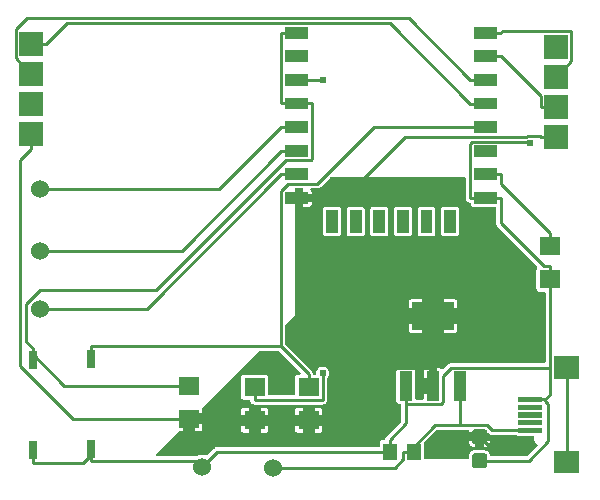
<source format=gtl>
G04 Layer: TopLayer*
G04 EasyEDA v6.4.25, 2021-10-08T18:06:41+02:00*
G04 037b28f00f454e67816ab17afa83080b,1cac1e5aea054b3a93835a94b3064acf,10*
G04 Gerber Generator version 0.2*
G04 Scale: 100 percent, Rotated: No, Reflected: No *
G04 Dimensions in millimeters *
G04 leading zeros omitted , absolute positions ,4 integer and 5 decimal *
%FSLAX45Y45*%
%MOMM*%

%ADD10C,0.2540*%
%ADD11C,0.6100*%
%ADD12R,0.7620X1.5240*%
%ADD13R,1.1600X1.4500*%
%ADD14R,1.8009X1.6002*%
%ADD15R,1.1000X2.5000*%
%ADD21R,2.0320X2.0320*%
%ADD22C,1.5240*%

%LPD*%
G36*
X2092401Y4760264D02*
G01*
X2088540Y4761077D01*
X2085238Y4763262D01*
X2083003Y4766564D01*
X2082241Y4770424D01*
X2083003Y4774336D01*
X2085238Y4777638D01*
X2278684Y4971084D01*
X2281986Y4973320D01*
X2285898Y4974082D01*
X2310841Y4974082D01*
X2310841Y4999024D01*
X2311603Y5002885D01*
X2313787Y5006187D01*
X2430983Y5123383D01*
X2434285Y5125567D01*
X2438146Y5126329D01*
X2478125Y5126329D01*
X2478125Y5159451D01*
X2477566Y5164582D01*
X2477668Y5167579D01*
X2478684Y5170424D01*
X2480462Y5172862D01*
X2958338Y5650738D01*
X2961640Y5652922D01*
X2965500Y5653684D01*
X3120491Y5653684D01*
X3124403Y5652922D01*
X3127705Y5650738D01*
X3308451Y5469940D01*
X3310686Y5466689D01*
X3311448Y5462778D01*
X3310686Y5458866D01*
X3308451Y5455615D01*
X3305149Y5453380D01*
X3301288Y5452618D01*
X3288741Y5452618D01*
X3282391Y5451906D01*
X3276955Y5449976D01*
X3272028Y5446928D01*
X3267964Y5442813D01*
X3264865Y5437936D01*
X3262985Y5432450D01*
X3262274Y5426151D01*
X3262274Y5287314D01*
X3261461Y5283454D01*
X3259277Y5280152D01*
X3255975Y5277967D01*
X3252114Y5277154D01*
X3047136Y5277154D01*
X3043224Y5277967D01*
X3039922Y5280152D01*
X3037738Y5283454D01*
X3036925Y5287314D01*
X3036925Y5426151D01*
X3036214Y5432450D01*
X3034334Y5437936D01*
X3031236Y5442813D01*
X3027172Y5446928D01*
X3022244Y5449976D01*
X3016808Y5451906D01*
X3010458Y5452618D01*
X2831541Y5452618D01*
X2825191Y5451906D01*
X2819755Y5449976D01*
X2814828Y5446928D01*
X2810764Y5442813D01*
X2807665Y5437936D01*
X2805785Y5432450D01*
X2805074Y5426151D01*
X2805074Y5267248D01*
X2805785Y5260949D01*
X2807665Y5255463D01*
X2810764Y5250586D01*
X2814828Y5246471D01*
X2819755Y5243423D01*
X2825191Y5241493D01*
X2831541Y5240782D01*
X2872994Y5240782D01*
X2876651Y5240121D01*
X2879852Y5238140D01*
X2882087Y5235194D01*
X2885389Y5223814D01*
X2888945Y5217160D01*
X2893720Y5211318D01*
X2899562Y5206492D01*
X2906268Y5202936D01*
X2913481Y5200751D01*
X2921508Y5199938D01*
X3495903Y5199938D01*
X3503929Y5200751D01*
X3511194Y5202936D01*
X3517849Y5206492D01*
X3523742Y5211318D01*
X3529431Y5218125D01*
X3532936Y5224729D01*
X3535172Y5231942D01*
X3535934Y5239969D01*
X3535934Y5421122D01*
X3536696Y5424982D01*
X3538931Y5428284D01*
X3540506Y5429910D01*
X3546144Y5437936D01*
X3550310Y5446826D01*
X3552850Y5456326D01*
X3553714Y5466130D01*
X3552850Y5475935D01*
X3550310Y5485384D01*
X3546144Y5494324D01*
X3540506Y5502351D01*
X3533546Y5509310D01*
X3525520Y5514949D01*
X3516629Y5519115D01*
X3507130Y5521655D01*
X3497326Y5522518D01*
X3487521Y5521655D01*
X3478072Y5519115D01*
X3469132Y5514949D01*
X3461105Y5509310D01*
X3454146Y5502351D01*
X3448507Y5494324D01*
X3444341Y5485384D01*
X3441801Y5475935D01*
X3440937Y5466130D01*
X3441192Y5463641D01*
X3440684Y5459526D01*
X3438550Y5455920D01*
X3435146Y5453481D01*
X3431032Y5452618D01*
X3426206Y5452618D01*
X3422548Y5453278D01*
X3419348Y5455259D01*
X3417112Y5458206D01*
X3413810Y5469585D01*
X3410254Y5476240D01*
X3405174Y5482488D01*
X3182315Y5705348D01*
X3180080Y5708650D01*
X3179318Y5712510D01*
X3179318Y5867501D01*
X3180080Y5871413D01*
X3182315Y5874715D01*
X3263188Y5955588D01*
X3263900Y5957316D01*
X3263900Y7021728D01*
X3264662Y7025640D01*
X3266897Y7028942D01*
X3270148Y7031126D01*
X3274060Y7031888D01*
X3323031Y7031888D01*
X3326892Y7031126D01*
X3330194Y7028942D01*
X3332429Y7025640D01*
X3333191Y7021728D01*
X3333191Y6979920D01*
X3402736Y6979920D01*
X3402736Y6998004D01*
X3402025Y7004303D01*
X3400094Y7009739D01*
X3394862Y7017969D01*
X3394151Y7021830D01*
X3394964Y7025690D01*
X3397148Y7028942D01*
X3400450Y7031126D01*
X3404311Y7031888D01*
X3450945Y7031888D01*
X3458972Y7032701D01*
X3466236Y7034885D01*
X3472891Y7038441D01*
X3479088Y7043572D01*
X3557270Y7121702D01*
X3560572Y7123938D01*
X3564432Y7124700D01*
X4699965Y7124700D01*
X4703826Y7123938D01*
X4707128Y7121702D01*
X4709312Y7118451D01*
X4710125Y7114540D01*
X4710125Y6948525D01*
X4710887Y6940499D01*
X4713071Y6933285D01*
X4716627Y6926630D01*
X4721453Y6920788D01*
X4727295Y6915962D01*
X4733950Y6912406D01*
X4745278Y6909155D01*
X4748225Y6906869D01*
X4750206Y6903720D01*
X4751578Y6892290D01*
X4753508Y6886854D01*
X4756556Y6881926D01*
X4760671Y6877862D01*
X4765548Y6874764D01*
X4771034Y6872833D01*
X4777333Y6872122D01*
X4956098Y6872122D01*
X4959959Y6871360D01*
X4963261Y6869175D01*
X4965446Y6865874D01*
X4966258Y6861962D01*
X4966258Y6733692D01*
X4967020Y6725666D01*
X4969205Y6718452D01*
X4972761Y6711797D01*
X4977892Y6705549D01*
X5312257Y6371183D01*
X5314238Y6368389D01*
X5315153Y6365087D01*
X5314950Y6361633D01*
X5313578Y6358483D01*
X5309565Y6352235D01*
X5307685Y6346850D01*
X5306974Y6340551D01*
X5306974Y6181648D01*
X5307685Y6175349D01*
X5309565Y6169863D01*
X5312664Y6164986D01*
X5316728Y6160871D01*
X5321655Y6157823D01*
X5327091Y6155893D01*
X5333441Y6155182D01*
X5374132Y6155182D01*
X5378043Y6154420D01*
X5381294Y6152184D01*
X5383530Y6148933D01*
X5384292Y6145022D01*
X5384292Y5562092D01*
X5383530Y5558231D01*
X5381294Y5554929D01*
X5378043Y5552744D01*
X5374132Y5551932D01*
X4586833Y5551932D01*
X4578807Y5551170D01*
X4571593Y5548985D01*
X4564938Y5545429D01*
X4558690Y5540298D01*
X4517948Y5499557D01*
X4514646Y5497322D01*
X4510786Y5496560D01*
X4506874Y5497322D01*
X4498492Y5502808D01*
X4493056Y5504688D01*
X4486706Y5505399D01*
X4466132Y5505399D01*
X4466132Y5423357D01*
X4470552Y5422595D01*
X4473854Y5420360D01*
X4476038Y5417058D01*
X4476851Y5413197D01*
X4476851Y5295798D01*
X4476038Y5291937D01*
X4473854Y5288635D01*
X4470552Y5286451D01*
X4466132Y5285638D01*
X4466132Y5250129D01*
X4465370Y5246217D01*
X4463186Y5242915D01*
X4459884Y5240731D01*
X4455972Y5239969D01*
X4408627Y5239969D01*
X4404715Y5240731D01*
X4401413Y5242915D01*
X4399229Y5246217D01*
X4398467Y5250129D01*
X4398467Y5285638D01*
X4351375Y5285638D01*
X4351375Y5250129D01*
X4350613Y5246217D01*
X4348429Y5242915D01*
X4345127Y5240731D01*
X4341215Y5239969D01*
X4293362Y5239969D01*
X4289501Y5240731D01*
X4286199Y5242915D01*
X4283964Y5246217D01*
X4283202Y5250129D01*
X4283202Y5478932D01*
X4282490Y5485231D01*
X4280560Y5490718D01*
X4277512Y5495594D01*
X4273397Y5499709D01*
X4268520Y5502808D01*
X4263034Y5504688D01*
X4256735Y5505399D01*
X4147870Y5505399D01*
X4141571Y5504688D01*
X4136085Y5502808D01*
X4131208Y5499709D01*
X4127093Y5495594D01*
X4123994Y5490718D01*
X4122115Y5485231D01*
X4121404Y5478932D01*
X4121404Y5230063D01*
X4122115Y5223764D01*
X4123994Y5218277D01*
X4127093Y5213400D01*
X4131208Y5209286D01*
X4136085Y5206238D01*
X4141571Y5204307D01*
X4147870Y5203596D01*
X4153560Y5203596D01*
X4157421Y5202834D01*
X4160723Y5200599D01*
X4162907Y5197348D01*
X4163720Y5193436D01*
X4163720Y5059730D01*
X4162907Y5055819D01*
X4160723Y5052517D01*
X4037076Y4928870D01*
X4031945Y4922621D01*
X4028389Y4915966D01*
X4025087Y4904587D01*
X4022851Y4901641D01*
X4019651Y4899710D01*
X4015994Y4898999D01*
X4006545Y4898999D01*
X4000246Y4898288D01*
X3994810Y4896408D01*
X3989882Y4893310D01*
X3985818Y4889195D01*
X3982720Y4884318D01*
X3980789Y4878832D01*
X3980078Y4872532D01*
X3980078Y4849368D01*
X3979316Y4845456D01*
X3977132Y4842154D01*
X3973829Y4839970D01*
X3969918Y4839208D01*
X2604008Y4839208D01*
X2595981Y4838395D01*
X2588768Y4836210D01*
X2582062Y4832654D01*
X2575864Y4827524D01*
X2520543Y4772253D01*
X2517546Y4770170D01*
X2513990Y4769307D01*
X2510383Y4769713D01*
X2500172Y4772914D01*
X2486710Y4775149D01*
X2473096Y4775606D01*
X2459532Y4774285D01*
X2446274Y4771085D01*
X2433523Y4766208D01*
X2425039Y4761534D01*
X2422652Y4760620D01*
X2420112Y4760264D01*
G37*

%LPC*%
G36*
X3429558Y4961382D02*
G01*
X3467658Y4961382D01*
X3474008Y4962093D01*
X3479444Y4964023D01*
X3484372Y4967071D01*
X3488436Y4971186D01*
X3491534Y4976063D01*
X3493414Y4981549D01*
X3494125Y4987848D01*
X3494125Y5020919D01*
X3429558Y5020919D01*
G37*
G36*
X2831541Y4961382D02*
G01*
X2869641Y4961382D01*
X2869641Y5020919D01*
X2805074Y5020919D01*
X2805074Y4987848D01*
X2805785Y4981549D01*
X2807665Y4976063D01*
X2810764Y4971186D01*
X2814828Y4967071D01*
X2819755Y4964023D01*
X2825191Y4962093D01*
G37*
G36*
X2972358Y4961382D02*
G01*
X3010458Y4961382D01*
X3016808Y4962093D01*
X3022244Y4964023D01*
X3027172Y4967071D01*
X3031236Y4971186D01*
X3034334Y4976063D01*
X3036214Y4981549D01*
X3036925Y4987848D01*
X3036925Y5020919D01*
X2972358Y5020919D01*
G37*
G36*
X3288741Y4961382D02*
G01*
X3326841Y4961382D01*
X3326841Y5020919D01*
X3262274Y5020919D01*
X3262274Y4987848D01*
X3262985Y4981549D01*
X3264865Y4976063D01*
X3267964Y4971186D01*
X3272028Y4967071D01*
X3276955Y4964023D01*
X3282391Y4962093D01*
G37*
G36*
X2413558Y4974082D02*
G01*
X2451658Y4974082D01*
X2458008Y4974793D01*
X2463444Y4976723D01*
X2468372Y4979771D01*
X2472436Y4983886D01*
X2475534Y4988763D01*
X2477414Y4994249D01*
X2478125Y5000548D01*
X2478125Y5033619D01*
X2413558Y5033619D01*
G37*
G36*
X3262274Y5113629D02*
G01*
X3326841Y5113629D01*
X3326841Y5173218D01*
X3288741Y5173218D01*
X3282391Y5172506D01*
X3276955Y5170576D01*
X3272028Y5167528D01*
X3267964Y5163413D01*
X3264865Y5158536D01*
X3262985Y5153050D01*
X3262274Y5146751D01*
G37*
G36*
X2972358Y5113629D02*
G01*
X3036925Y5113629D01*
X3036925Y5146751D01*
X3036214Y5153050D01*
X3034334Y5158536D01*
X3031236Y5163413D01*
X3027172Y5167528D01*
X3022244Y5170576D01*
X3016808Y5172506D01*
X3010458Y5173218D01*
X2972358Y5173218D01*
G37*
G36*
X2805074Y5113629D02*
G01*
X2869641Y5113629D01*
X2869641Y5173218D01*
X2831541Y5173218D01*
X2825191Y5172506D01*
X2819755Y5170576D01*
X2814828Y5167528D01*
X2810764Y5163413D01*
X2807665Y5158536D01*
X2805785Y5153050D01*
X2805074Y5146751D01*
G37*
G36*
X3429558Y5113629D02*
G01*
X3494125Y5113629D01*
X3494125Y5146751D01*
X3493414Y5153050D01*
X3491534Y5158536D01*
X3488436Y5163413D01*
X3484372Y5167528D01*
X3479444Y5170576D01*
X3474008Y5172506D01*
X3467658Y5173218D01*
X3429558Y5173218D01*
G37*
G36*
X4351375Y5423357D02*
G01*
X4398467Y5423357D01*
X4398467Y5505399D01*
X4377893Y5505399D01*
X4371543Y5504688D01*
X4366107Y5502808D01*
X4361180Y5499709D01*
X4357116Y5495594D01*
X4354017Y5490718D01*
X4352086Y5485231D01*
X4351375Y5478932D01*
G37*
G36*
X4252874Y5805576D02*
G01*
X4335932Y5805576D01*
X4335932Y5883656D01*
X4226407Y5883656D01*
X4226407Y5832094D01*
X4227118Y5825744D01*
X4228998Y5820308D01*
X4232097Y5815380D01*
X4236212Y5811316D01*
X4241088Y5808218D01*
X4246524Y5806287D01*
G37*
G36*
X4528667Y5805576D02*
G01*
X4611725Y5805576D01*
X4618075Y5806287D01*
X4623511Y5808218D01*
X4628388Y5811316D01*
X4632502Y5815380D01*
X4635601Y5820308D01*
X4637481Y5825744D01*
X4638192Y5832094D01*
X4638192Y5883656D01*
X4528667Y5883656D01*
G37*
G36*
X4226407Y6013348D02*
G01*
X4335932Y6013348D01*
X4335932Y6091428D01*
X4252874Y6091428D01*
X4246524Y6090716D01*
X4241088Y6088786D01*
X4236212Y6085687D01*
X4232097Y6081623D01*
X4228998Y6076696D01*
X4227118Y6071260D01*
X4226407Y6064910D01*
G37*
G36*
X4528667Y6013348D02*
G01*
X4638192Y6013348D01*
X4638192Y6064910D01*
X4637481Y6071260D01*
X4635601Y6076696D01*
X4632502Y6081623D01*
X4628388Y6085687D01*
X4623511Y6088786D01*
X4618075Y6090716D01*
X4611725Y6091428D01*
X4528667Y6091428D01*
G37*
G36*
X3527501Y6622592D02*
G01*
X3626358Y6622592D01*
X3632657Y6623354D01*
X3638143Y6625234D01*
X3643020Y6628333D01*
X3647135Y6632397D01*
X3650234Y6637324D01*
X3652113Y6642760D01*
X3652824Y6649110D01*
X3652824Y6847941D01*
X3652113Y6854291D01*
X3650234Y6859727D01*
X3647135Y6864654D01*
X3643020Y6868718D01*
X3638143Y6871817D01*
X3632657Y6873697D01*
X3626358Y6874408D01*
X3527501Y6874408D01*
X3521201Y6873697D01*
X3515715Y6871817D01*
X3510838Y6868718D01*
X3506724Y6864654D01*
X3503625Y6859727D01*
X3501745Y6854291D01*
X3501034Y6847941D01*
X3501034Y6649110D01*
X3501745Y6642760D01*
X3503625Y6637324D01*
X3506724Y6632397D01*
X3510838Y6628333D01*
X3515715Y6625234D01*
X3521201Y6623354D01*
G37*
G36*
X4527092Y6622592D02*
G01*
X4626000Y6622592D01*
X4632299Y6623354D01*
X4637735Y6625234D01*
X4642662Y6628333D01*
X4646726Y6632397D01*
X4649825Y6637324D01*
X4651756Y6642760D01*
X4652467Y6649110D01*
X4652467Y6847941D01*
X4651756Y6854291D01*
X4649825Y6859727D01*
X4646726Y6864654D01*
X4642662Y6868718D01*
X4637735Y6871817D01*
X4632299Y6873697D01*
X4626000Y6874408D01*
X4527092Y6874408D01*
X4520793Y6873697D01*
X4515358Y6871817D01*
X4510430Y6868718D01*
X4506366Y6864654D01*
X4503267Y6859727D01*
X4501337Y6854291D01*
X4500626Y6847941D01*
X4500626Y6649110D01*
X4501337Y6642760D01*
X4503267Y6637324D01*
X4506366Y6632397D01*
X4510430Y6628333D01*
X4515358Y6625234D01*
X4520793Y6623354D01*
G37*
G36*
X4327093Y6622592D02*
G01*
X4425950Y6622592D01*
X4432249Y6623354D01*
X4437735Y6625234D01*
X4442612Y6628333D01*
X4446727Y6632397D01*
X4449826Y6637324D01*
X4451705Y6642760D01*
X4452416Y6649110D01*
X4452416Y6847941D01*
X4451705Y6854291D01*
X4449826Y6859727D01*
X4446727Y6864654D01*
X4442612Y6868718D01*
X4437735Y6871817D01*
X4432249Y6873697D01*
X4425950Y6874408D01*
X4327093Y6874408D01*
X4320794Y6873697D01*
X4315307Y6871817D01*
X4310430Y6868718D01*
X4306316Y6864654D01*
X4303217Y6859727D01*
X4301337Y6854291D01*
X4300626Y6847941D01*
X4300626Y6649110D01*
X4301337Y6642760D01*
X4303217Y6637324D01*
X4306316Y6632397D01*
X4310430Y6628333D01*
X4315307Y6625234D01*
X4320794Y6623354D01*
G37*
G36*
X3927043Y6622592D02*
G01*
X4025900Y6622592D01*
X4032199Y6623354D01*
X4037685Y6625234D01*
X4042562Y6628333D01*
X4046677Y6632397D01*
X4049776Y6637324D01*
X4051655Y6642760D01*
X4052366Y6649110D01*
X4052366Y6847941D01*
X4051655Y6854291D01*
X4049776Y6859727D01*
X4046677Y6864654D01*
X4042562Y6868718D01*
X4037685Y6871817D01*
X4032199Y6873697D01*
X4025900Y6874408D01*
X3927043Y6874408D01*
X3920744Y6873697D01*
X3915257Y6871817D01*
X3910380Y6868718D01*
X3906265Y6864654D01*
X3903167Y6859727D01*
X3901287Y6854291D01*
X3900576Y6847941D01*
X3900576Y6649110D01*
X3901287Y6642760D01*
X3903167Y6637324D01*
X3906265Y6632397D01*
X3910380Y6628333D01*
X3915257Y6625234D01*
X3920744Y6623354D01*
G37*
G36*
X4127195Y6622592D02*
G01*
X4226052Y6622592D01*
X4232351Y6623354D01*
X4237837Y6625234D01*
X4242714Y6628333D01*
X4246829Y6632397D01*
X4249928Y6637324D01*
X4251807Y6642760D01*
X4252518Y6649110D01*
X4252518Y6847941D01*
X4251807Y6854291D01*
X4249928Y6859727D01*
X4246829Y6864654D01*
X4242714Y6868718D01*
X4237837Y6871817D01*
X4232351Y6873697D01*
X4226052Y6874408D01*
X4127195Y6874408D01*
X4120896Y6873697D01*
X4115409Y6871817D01*
X4110532Y6868718D01*
X4106418Y6864654D01*
X4103319Y6859727D01*
X4101439Y6854291D01*
X4100728Y6847941D01*
X4100728Y6649110D01*
X4101439Y6642760D01*
X4103319Y6637324D01*
X4106418Y6632397D01*
X4110532Y6628333D01*
X4115409Y6625234D01*
X4120896Y6623354D01*
G37*
G36*
X3727246Y6622745D02*
G01*
X3826154Y6622745D01*
X3832453Y6623456D01*
X3837889Y6625386D01*
X3842816Y6628434D01*
X3846880Y6632549D01*
X3849979Y6637426D01*
X3851910Y6642912D01*
X3852621Y6649212D01*
X3852621Y6848094D01*
X3851910Y6854393D01*
X3849979Y6859879D01*
X3846880Y6864756D01*
X3842816Y6868871D01*
X3837889Y6871919D01*
X3832453Y6873849D01*
X3826154Y6874560D01*
X3727246Y6874560D01*
X3720947Y6873849D01*
X3715512Y6871919D01*
X3710584Y6868871D01*
X3706520Y6864756D01*
X3703421Y6859879D01*
X3701491Y6854393D01*
X3700779Y6848094D01*
X3700779Y6649212D01*
X3701491Y6642912D01*
X3703421Y6637426D01*
X3706520Y6632549D01*
X3710584Y6628434D01*
X3715512Y6625386D01*
X3720947Y6623456D01*
G37*
G36*
X3333191Y6872630D02*
G01*
X3376269Y6872630D01*
X3382568Y6873341D01*
X3388055Y6875272D01*
X3392932Y6878370D01*
X3397046Y6882434D01*
X3400094Y6887362D01*
X3402025Y6892798D01*
X3402736Y6899097D01*
X3402736Y6917181D01*
X3333191Y6917181D01*
G37*

%LPD*%
G36*
X4361281Y4737100D02*
G01*
X4357370Y4737862D01*
X4354068Y4740097D01*
X4351883Y4743348D01*
X4351121Y4747260D01*
X4351121Y4868722D01*
X4351883Y4872634D01*
X4354068Y4875936D01*
X4460392Y4982260D01*
X4463694Y4984445D01*
X4467606Y4985207D01*
X4729022Y4985207D01*
X4732934Y4984445D01*
X4736236Y4982260D01*
X4738420Y4978958D01*
X4739182Y4975047D01*
X4739132Y4964430D01*
X4789170Y4964430D01*
X4789170Y4975047D01*
X4789932Y4978958D01*
X4792167Y4982260D01*
X4795418Y4984445D01*
X4799330Y4985207D01*
X4852670Y4985207D01*
X4856581Y4984445D01*
X4859832Y4982260D01*
X4862068Y4978958D01*
X4862830Y4975047D01*
X4862830Y4964430D01*
X4888585Y4964430D01*
X4892446Y4963668D01*
X4895748Y4961432D01*
X4901844Y4955387D01*
X4908042Y4950256D01*
X4914747Y4946700D01*
X4921961Y4944516D01*
X4929987Y4943703D01*
X5130546Y4943703D01*
X5134457Y4942941D01*
X5138877Y4939588D01*
X5143804Y4936540D01*
X5149240Y4934610D01*
X5155590Y4933899D01*
X5279593Y4933899D01*
X5283860Y4932934D01*
X5287365Y4930292D01*
X5289397Y4926431D01*
X5289600Y4922012D01*
X5288838Y4917440D01*
X5288838Y4907534D01*
X5290515Y4897780D01*
X5293817Y4888433D01*
X5298643Y4879797D01*
X5304840Y4872126D01*
X5315762Y4862677D01*
X5317439Y4859426D01*
X5317845Y4855819D01*
X5316982Y4852263D01*
X5314899Y4849266D01*
X5231587Y4765954D01*
X5228285Y4763770D01*
X5224424Y4763008D01*
X4922926Y4763008D01*
X4919268Y4763668D01*
X4916119Y4765598D01*
X4913884Y4768545D01*
X4912817Y4772050D01*
X4912309Y4776673D01*
X4911140Y4781854D01*
X4909464Y4786426D01*
X4907381Y4790592D01*
X4904435Y4795012D01*
X4901285Y4798669D01*
X4897729Y4801920D01*
X4893462Y4805019D01*
X4889347Y4807254D01*
X4884826Y4809083D01*
X4879797Y4810455D01*
X4874666Y4811115D01*
X4871516Y4811268D01*
X4780686Y4811268D01*
X4773625Y4810709D01*
X4768545Y4809540D01*
X4763973Y4807864D01*
X4759807Y4805781D01*
X4755388Y4802835D01*
X4751730Y4799685D01*
X4748479Y4796129D01*
X4745380Y4791862D01*
X4743145Y4787747D01*
X4741316Y4783226D01*
X4739944Y4778197D01*
X4739284Y4773066D01*
X4739132Y4769916D01*
X4739132Y4747260D01*
X4738370Y4743348D01*
X4736134Y4740097D01*
X4732883Y4737862D01*
X4728972Y4737100D01*
G37*

%LPC*%
G36*
X4780686Y4840732D02*
G01*
X4789170Y4840732D01*
X4789170Y4890770D01*
X4739182Y4890770D01*
X4739182Y4880508D01*
X4739995Y4873752D01*
X4741316Y4868773D01*
X4743145Y4864252D01*
X4745380Y4860137D01*
X4748479Y4855870D01*
X4751730Y4852314D01*
X4755388Y4849164D01*
X4759807Y4846218D01*
X4763973Y4844135D01*
X4768545Y4842459D01*
X4773625Y4841290D01*
G37*
G36*
X4862830Y4840782D02*
G01*
X4873091Y4840782D01*
X4879848Y4841595D01*
X4884826Y4842916D01*
X4889347Y4844745D01*
X4893462Y4846980D01*
X4897729Y4850079D01*
X4901285Y4853330D01*
X4904435Y4856988D01*
X4907381Y4861407D01*
X4909464Y4865573D01*
X4911140Y4870145D01*
X4912309Y4875225D01*
X4912868Y4882286D01*
X4912868Y4890770D01*
X4862830Y4890770D01*
G37*

%LPD*%
D10*
X1028702Y7492994D02*
G01*
X1028702Y7363277D01*
X1028702Y7363277D02*
G01*
X938684Y7273259D01*
X938684Y5523478D01*
X1382168Y5079994D01*
X2362202Y5079994D01*
X5009263Y4866787D02*
G01*
X4886810Y4866787D01*
X4826002Y4927594D01*
X5473702Y7467594D02*
G01*
X5343984Y7467594D01*
X5343984Y7467594D02*
G01*
X5341444Y7470134D01*
X5227551Y7470134D01*
X5225011Y7467594D01*
X4195930Y7467594D01*
X3676881Y6948545D01*
X4432302Y5354518D02*
G01*
X4432302Y5507629D01*
X3378202Y5067294D02*
G01*
X3496363Y5067294D01*
X4348634Y5507654D02*
G01*
X4348660Y5507629D01*
X4432302Y5507629D01*
X3496363Y5067294D02*
G01*
X3936723Y5507654D01*
X4348634Y5507654D01*
X4348634Y5948497D02*
G01*
X4348634Y5507654D01*
X2921002Y5067294D02*
G01*
X3378202Y5067294D01*
X2362202Y5079994D02*
G01*
X2480363Y5079994D01*
X2921002Y5067294D02*
G01*
X2493063Y5067294D01*
X2480363Y5079994D01*
X4348634Y5948497D02*
G01*
X4224174Y5948497D01*
X4432302Y5948497D02*
G01*
X4348634Y5948497D01*
X3676881Y6948545D02*
G01*
X3676881Y6495790D01*
X4224174Y5948497D01*
X3676881Y6948545D02*
G01*
X3404897Y6948545D01*
X3276831Y6948545D02*
G01*
X3404897Y6948545D01*
X1041402Y4813294D02*
G01*
X1041402Y4708977D01*
X1536702Y4773848D02*
G01*
X1471830Y4708977D01*
X1041402Y4708977D01*
X1536702Y4773848D02*
G01*
X1536702Y4721677D01*
X1536702Y4825994D02*
G01*
X1536702Y4773848D01*
X5422902Y5513344D02*
G01*
X5422902Y5282204D01*
X5383126Y5242427D01*
X5422902Y6261094D02*
G01*
X5422902Y5513344D01*
X4202305Y5201356D02*
G01*
X4498901Y5201356D01*
X4515436Y5217891D01*
X4515436Y5442427D01*
X4586353Y5513344D01*
X5422902Y5513344D01*
X4202305Y5201356D02*
G01*
X4202305Y5039507D01*
X4064002Y4901204D01*
X4202305Y5354518D02*
G01*
X4202305Y5201356D01*
X5383126Y5242427D02*
G01*
X5383126Y5228026D01*
X5407611Y5203540D01*
X5407611Y4887386D01*
X5244619Y4724394D01*
X4826002Y4724394D01*
X4064002Y4800594D02*
G01*
X4064002Y4901204D01*
X4876777Y6948037D02*
G01*
X4748710Y6948037D01*
X4748710Y6948037D02*
G01*
X4748710Y7409505D01*
X4765474Y7426269D01*
X5237076Y7426269D01*
X5251833Y7411511D01*
X4930726Y6948037D02*
G01*
X4876777Y6948037D01*
X4930726Y6948037D02*
G01*
X5004843Y6948037D01*
X4064002Y4800594D02*
G01*
X2603502Y4800594D01*
X2476502Y4673594D01*
X5422902Y6308110D02*
G01*
X5422902Y6261094D01*
X5422902Y6308110D02*
G01*
X5422902Y6369222D01*
X2476502Y4673594D02*
G01*
X2428420Y4721677D01*
X1536702Y4721677D01*
X5004843Y6948037D02*
G01*
X5004843Y6733204D01*
X5368825Y6369222D01*
X5422902Y6369222D01*
X5255008Y5242427D02*
G01*
X5383126Y5242427D01*
X3404897Y7948670D02*
G01*
X3497328Y7948670D01*
X3276704Y7948670D02*
G01*
X3404897Y7948670D01*
X2921002Y5346694D02*
G01*
X2921002Y5238567D01*
X2921002Y5238567D02*
G01*
X3496414Y5238567D01*
X3497328Y5239481D01*
X3497328Y5466125D01*
X4876904Y7948289D02*
G01*
X4748710Y7948289D01*
X1028702Y8000994D02*
G01*
X898959Y8130738D01*
X898959Y8377295D01*
X990983Y8469320D01*
X4227680Y8469320D01*
X4748710Y7948289D01*
X5561967Y4712380D02*
G01*
X5561967Y5512379D01*
X4876904Y8348339D02*
G01*
X5005097Y8348339D01*
X5473702Y7975594D02*
G01*
X5603445Y8105338D01*
X5603445Y8351895D01*
X5596003Y8359338D01*
X5016096Y8359338D01*
X5005097Y8348339D01*
X5473702Y7721594D02*
G01*
X5343984Y7721594D01*
X4876904Y8148314D02*
G01*
X5005097Y8148314D01*
X5343984Y7721594D02*
G01*
X5343984Y7809428D01*
X5005097Y8148314D01*
X4876904Y7748391D02*
G01*
X4748710Y7748391D01*
X1028702Y8254994D02*
G01*
X1158420Y8254994D01*
X1158420Y8254994D02*
G01*
X1330200Y8426775D01*
X4070327Y8426775D01*
X4748710Y7748391D01*
X3148510Y7148697D02*
G01*
X2006907Y6007094D01*
X1104902Y6007094D01*
X3276704Y7148697D02*
G01*
X3148510Y7148697D01*
X3148510Y7348595D02*
G01*
X2302309Y6502394D01*
X1104902Y6502394D01*
X3276704Y7348595D02*
G01*
X3148510Y7348595D01*
X3148510Y7548493D02*
G01*
X2623111Y7023094D01*
X1104902Y7023094D01*
X3276704Y7548493D02*
G01*
X3148510Y7548493D01*
X5422902Y6540494D02*
G01*
X5422902Y6648622D01*
X4876904Y7148443D02*
G01*
X5005097Y7148443D01*
X5005097Y7148443D02*
G01*
X5005097Y7066427D01*
X5422902Y6648622D01*
X3140712Y5692312D02*
G01*
X3378202Y5454822D01*
X1536702Y5692312D02*
G01*
X3140712Y5692312D01*
X4876904Y7548239D02*
G01*
X3929179Y7548239D01*
X3451456Y7070516D01*
X3205253Y7070516D01*
X3140712Y7005975D01*
X3140712Y5692312D01*
X3378202Y5346694D02*
G01*
X3378202Y5454822D01*
X1536702Y5587994D02*
G01*
X1536702Y5692312D01*
X2362202Y5359394D02*
G01*
X1309474Y5359394D01*
X1041402Y5627466D01*
X1041402Y5627466D02*
G01*
X1041402Y5679612D01*
X1041402Y5575294D02*
G01*
X1041402Y5627466D01*
X3276704Y7748645D02*
G01*
X3404897Y7748645D01*
X3404897Y7748645D02*
G01*
X3404897Y7277831D01*
X3397481Y7270414D01*
X3190750Y7270414D01*
X2089101Y6168765D01*
X1107874Y6168765D01*
X987681Y6048573D01*
X987681Y5733333D01*
X1041402Y5679612D01*
X3222830Y7748645D02*
G01*
X3276704Y7748645D01*
X3222830Y7748645D02*
G01*
X3148510Y7748645D01*
X3276704Y8348593D02*
G01*
X3148510Y8348593D01*
X3148510Y7748645D02*
G01*
X3148510Y8348593D01*
X4662299Y5023835D02*
G01*
X4887978Y5023835D01*
X4929482Y4982331D01*
X5255008Y4982331D01*
X4224149Y4800594D02*
G01*
X4447390Y5023835D01*
X4662299Y5023835D01*
X4662299Y5023835D02*
G01*
X4662299Y5201381D01*
X4662299Y5354518D02*
G01*
X4662299Y5201381D01*
X4224149Y4800594D02*
G01*
X4181096Y4800594D01*
X4267202Y4800594D02*
G01*
X4224149Y4800594D01*
X3073402Y4660894D02*
G01*
X4105963Y4660894D01*
X4181096Y4736028D01*
X4181096Y4800594D01*
D12*
G01*
X1536700Y4826000D03*
G01*
X1536700Y5588000D03*
G01*
X1041400Y4813300D03*
G01*
X1041400Y5575300D03*
G36*
X4780279Y4663439D02*
G01*
X4778451Y4663541D01*
X4776622Y4663871D01*
X4774869Y4664430D01*
X4773193Y4665192D01*
X4771618Y4666132D01*
X4770170Y4667275D01*
X4768875Y4668570D01*
X4767732Y4670018D01*
X4766792Y4671593D01*
X4766030Y4673269D01*
X4765471Y4675022D01*
X4765141Y4676851D01*
X4765040Y4678679D01*
X4765040Y4770120D01*
X4765141Y4771948D01*
X4765471Y4773777D01*
X4766030Y4775530D01*
X4766792Y4777206D01*
X4767732Y4778781D01*
X4768875Y4780229D01*
X4770170Y4781524D01*
X4771618Y4782667D01*
X4773193Y4783607D01*
X4774869Y4784369D01*
X4776622Y4784928D01*
X4778451Y4785258D01*
X4780279Y4785360D01*
X4871720Y4785360D01*
X4873548Y4785258D01*
X4875377Y4784928D01*
X4877130Y4784369D01*
X4878806Y4783607D01*
X4880381Y4782667D01*
X4881829Y4781524D01*
X4883124Y4780229D01*
X4884267Y4778781D01*
X4885207Y4777206D01*
X4885969Y4775530D01*
X4886528Y4773777D01*
X4886858Y4771948D01*
X4886959Y4770120D01*
X4886959Y4678679D01*
X4886858Y4676851D01*
X4886528Y4675022D01*
X4885969Y4673269D01*
X4885207Y4671593D01*
X4884267Y4670018D01*
X4883124Y4668570D01*
X4881829Y4667275D01*
X4880381Y4666132D01*
X4878806Y4665192D01*
X4877130Y4664430D01*
X4875377Y4663871D01*
X4873548Y4663541D01*
X4871720Y4663439D01*
G37*
G36*
X4780279Y4866639D02*
G01*
X4778451Y4866741D01*
X4776622Y4867071D01*
X4774869Y4867630D01*
X4773193Y4868392D01*
X4771618Y4869332D01*
X4770170Y4870475D01*
X4768875Y4871770D01*
X4767732Y4873218D01*
X4766792Y4874793D01*
X4766030Y4876469D01*
X4765471Y4878222D01*
X4765141Y4880051D01*
X4765040Y4881879D01*
X4765040Y4973320D01*
X4765141Y4975148D01*
X4765471Y4976977D01*
X4766030Y4978730D01*
X4766792Y4980406D01*
X4767732Y4981981D01*
X4768875Y4983429D01*
X4770170Y4984724D01*
X4771618Y4985867D01*
X4773193Y4986807D01*
X4774869Y4987569D01*
X4776622Y4988128D01*
X4778451Y4988458D01*
X4780279Y4988560D01*
X4871720Y4988560D01*
X4873548Y4988458D01*
X4875377Y4988128D01*
X4877130Y4987569D01*
X4878806Y4986807D01*
X4880381Y4985867D01*
X4881829Y4984724D01*
X4883124Y4983429D01*
X4884267Y4981981D01*
X4885207Y4980406D01*
X4885969Y4978730D01*
X4886528Y4976977D01*
X4886858Y4975148D01*
X4886959Y4973320D01*
X4886959Y4881879D01*
X4886858Y4880051D01*
X4886528Y4878222D01*
X4885969Y4876469D01*
X4885207Y4874793D01*
X4884267Y4873218D01*
X4883124Y4871770D01*
X4881829Y4870475D01*
X4880381Y4869332D01*
X4878806Y4868392D01*
X4877130Y4867630D01*
X4875377Y4867071D01*
X4873548Y4866741D01*
X4871720Y4866639D01*
G37*
D13*
G01*
X4267200Y4800600D03*
G01*
X4064000Y4800600D03*
D14*
G01*
X2362200Y5080000D03*
G01*
X2362200Y5359400D03*
G01*
X2921000Y5067300D03*
G01*
X2921000Y5346700D03*
G01*
X3378200Y5067300D03*
G01*
X3378200Y5346700D03*
G01*
X5422900Y6540500D03*
G01*
X5422900Y6261100D03*
D15*
G01*
X4202302Y5354497D03*
G01*
X4432300Y5354497D03*
G01*
X4662297Y5354497D03*
G36*
X4612299Y5831502D02*
G01*
X4252300Y5831502D01*
X4252300Y6065502D01*
X4612299Y6065502D01*
G37*
G36*
X3176625Y8398637D02*
G01*
X3376777Y8398637D01*
X3376777Y8298561D01*
X3176625Y8298561D01*
G37*
G36*
X3176625Y8198485D02*
G01*
X3376777Y8198485D01*
X3376777Y8098662D01*
X3176625Y8098662D01*
G37*
G36*
X3176625Y7998587D02*
G01*
X3376777Y7998587D01*
X3376777Y7898764D01*
X3176625Y7898764D01*
G37*
G36*
X3176625Y7798688D02*
G01*
X3376777Y7798688D01*
X3376777Y7698612D01*
X3176625Y7698612D01*
G37*
G36*
X3176625Y7598537D02*
G01*
X3376777Y7598537D01*
X3376777Y7498461D01*
X3176625Y7498461D01*
G37*
G36*
X3176625Y7398638D02*
G01*
X3376777Y7398638D01*
X3376777Y7298562D01*
X3176625Y7298562D01*
G37*
G36*
X3176625Y7198740D02*
G01*
X3376777Y7198740D01*
X3376777Y7098664D01*
X3176625Y7098664D01*
G37*
G36*
X3176879Y6998588D02*
G01*
X3376777Y6998588D01*
X3376777Y6898512D01*
X3176879Y6898512D01*
G37*
G36*
X3526891Y6648577D02*
G01*
X3526891Y6848475D01*
X3626967Y6848475D01*
X3626967Y6648577D01*
G37*
G36*
X3726789Y6648577D02*
G01*
X3726789Y6848729D01*
X3826611Y6848729D01*
X3826611Y6648577D01*
G37*
G36*
X3926433Y6648577D02*
G01*
X3926433Y6848475D01*
X4026509Y6848475D01*
X4026509Y6648577D01*
G37*
G36*
X4126585Y6648577D02*
G01*
X4126585Y6848475D01*
X4226661Y6848475D01*
X4226661Y6648577D01*
G37*
G36*
X4326483Y6648577D02*
G01*
X4326483Y6848475D01*
X4426559Y6848475D01*
X4426559Y6648577D01*
G37*
G36*
X4526635Y6648577D02*
G01*
X4526635Y6848475D01*
X4626457Y6848475D01*
X4626457Y6648577D01*
G37*
G36*
X4976723Y6898004D02*
G01*
X4776825Y6898004D01*
X4776825Y6998080D01*
X4976723Y6998080D01*
G37*
G36*
X4976977Y7098411D02*
G01*
X4776825Y7098411D01*
X4776825Y7198487D01*
X4976977Y7198487D01*
G37*
G36*
X4976977Y7298309D02*
G01*
X4777079Y7298309D01*
X4777079Y7398130D01*
X4976977Y7398130D01*
G37*
G36*
X4976977Y7498206D02*
G01*
X4776825Y7498206D01*
X4776825Y7598283D01*
X4976977Y7598283D01*
G37*
G36*
X4976977Y7698359D02*
G01*
X4776825Y7698359D01*
X4776825Y7798435D01*
X4976977Y7798435D01*
G37*
G36*
X4976977Y7898256D02*
G01*
X4776825Y7898256D01*
X4776825Y7998333D01*
X4976977Y7998333D01*
G37*
G36*
X4976977Y8098409D02*
G01*
X4776825Y8098409D01*
X4776825Y8198230D01*
X4976977Y8198230D01*
G37*
G36*
X4976977Y8298306D02*
G01*
X4776825Y8298306D01*
X4776825Y8398383D01*
X4976977Y8398383D01*
G37*
G36*
X5155006Y5264914D02*
G01*
X5355005Y5264914D01*
X5355005Y5219905D01*
X5155006Y5219905D01*
G37*
G36*
X5155006Y5199890D02*
G01*
X5355005Y5199890D01*
X5355005Y5154881D01*
X5155006Y5154881D01*
G37*
G36*
X5155006Y5134866D02*
G01*
X5355005Y5134866D01*
X5355005Y5089857D01*
X5155006Y5089857D01*
G37*
G36*
X5155006Y5069842D02*
G01*
X5355005Y5069842D01*
X5355005Y5024833D01*
X5155006Y5024833D01*
G37*
G36*
X5155006Y5004818D02*
G01*
X5355005Y5004818D01*
X5355005Y4959809D01*
X5155006Y4959809D01*
G37*
G36*
X5666993Y5417365D02*
G01*
X5456936Y5417365D01*
X5456936Y5607357D01*
X5666993Y5607357D01*
G37*
G36*
X5666993Y4617366D02*
G01*
X5456936Y4617366D01*
X5456936Y4807358D01*
X5666993Y4807358D01*
G37*
D21*
G01*
X1028700Y7493000D03*
G01*
X1028700Y7747000D03*
G01*
X1028700Y8001000D03*
G01*
X1028700Y8255000D03*
G01*
X5473700Y7467600D03*
G01*
X5473700Y7721600D03*
G01*
X5473700Y7975600D03*
G01*
X5473700Y8229600D03*
D22*
G01*
X3073400Y4660900D03*
G01*
X2476500Y4673600D03*
G01*
X1104900Y6007100D03*
G01*
X1104900Y6502400D03*
G01*
X1104900Y7023100D03*
D11*
G01*
X5009261Y4866792D03*
G01*
X5251831Y7411516D03*
G01*
X3497325Y7948676D03*
G01*
X3497325Y5466130D03*
M02*

</source>
